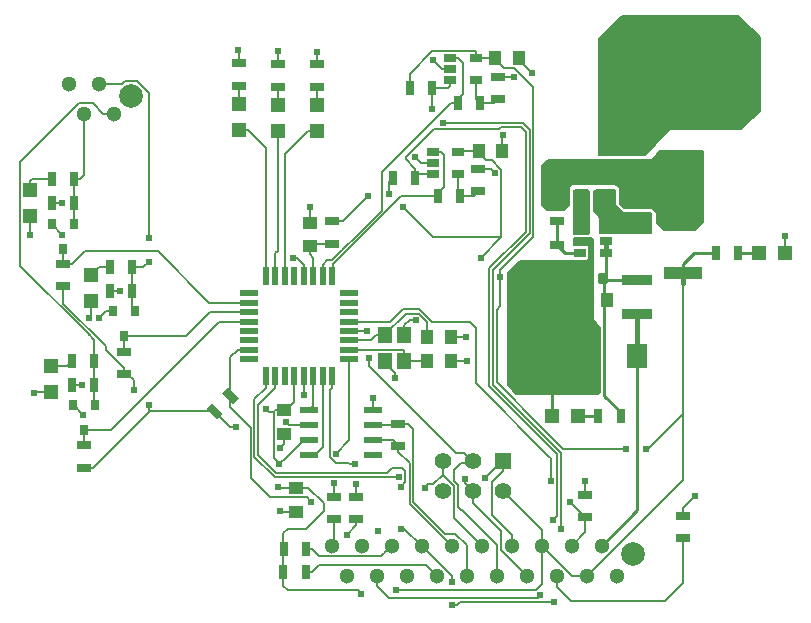
<source format=gtl>
G04 #@! TF.GenerationSoftware,KiCad,Pcbnew,5.0.2-bee76a0~70~ubuntu18.04.1*
G04 #@! TF.CreationDate,2019-04-11T22:59:15-04:00*
G04 #@! TF.ProjectId,throttle,7468726f-7474-46c6-952e-6b696361645f,rev?*
G04 #@! TF.SameCoordinates,Original*
G04 #@! TF.FileFunction,Copper,L1,Top*
G04 #@! TF.FilePolarity,Positive*
%FSLAX46Y46*%
G04 Gerber Fmt 4.6, Leading zero omitted, Abs format (unit mm)*
G04 Created by KiCad (PCBNEW 5.0.2-bee76a0~70~ubuntu18.04.1) date Thu 11 Apr 2019 10:59:15 PM EDT*
%MOMM*%
%LPD*%
G01*
G04 APERTURE LIST*
G04 #@! TA.AperFunction,SMDPad,CuDef*
%ADD10R,0.700000X1.300000*%
G04 #@! TD*
G04 #@! TA.AperFunction,SMDPad,CuDef*
%ADD11R,1.300000X0.700000*%
G04 #@! TD*
G04 #@! TA.AperFunction,Conductor*
%ADD12C,0.100000*%
G04 #@! TD*
G04 #@! TA.AperFunction,SMDPad,CuDef*
%ADD13C,0.875000*%
G04 #@! TD*
G04 #@! TA.AperFunction,SMDPad,CuDef*
%ADD14R,1.000000X1.250000*%
G04 #@! TD*
G04 #@! TA.AperFunction,SMDPad,CuDef*
%ADD15R,1.200000X1.200000*%
G04 #@! TD*
G04 #@! TA.AperFunction,SMDPad,CuDef*
%ADD16R,1.060000X0.650000*%
G04 #@! TD*
G04 #@! TA.AperFunction,SMDPad,CuDef*
%ADD17R,1.550000X0.600000*%
G04 #@! TD*
G04 #@! TA.AperFunction,ComponentPad*
%ADD18C,1.400000*%
G04 #@! TD*
G04 #@! TA.AperFunction,ComponentPad*
%ADD19R,1.400000X1.400000*%
G04 #@! TD*
G04 #@! TA.AperFunction,SMDPad,CuDef*
%ADD20R,1.250000X1.000000*%
G04 #@! TD*
G04 #@! TA.AperFunction,ComponentPad*
%ADD21C,2.000000*%
G04 #@! TD*
G04 #@! TA.AperFunction,ComponentPad*
%ADD22C,1.300000*%
G04 #@! TD*
G04 #@! TA.AperFunction,SMDPad,CuDef*
%ADD23R,0.800000X0.900000*%
G04 #@! TD*
G04 #@! TA.AperFunction,SMDPad,CuDef*
%ADD24R,3.500000X1.780000*%
G04 #@! TD*
G04 #@! TA.AperFunction,SMDPad,CuDef*
%ADD25R,2.500000X0.900000*%
G04 #@! TD*
G04 #@! TA.AperFunction,SMDPad,CuDef*
%ADD26R,3.200000X1.000000*%
G04 #@! TD*
G04 #@! TA.AperFunction,SMDPad,CuDef*
%ADD27R,1.600000X1.000000*%
G04 #@! TD*
G04 #@! TA.AperFunction,SMDPad,CuDef*
%ADD28R,1.778000X2.159000*%
G04 #@! TD*
G04 #@! TA.AperFunction,SMDPad,CuDef*
%ADD29R,1.600000X0.550000*%
G04 #@! TD*
G04 #@! TA.AperFunction,SMDPad,CuDef*
%ADD30R,0.550000X1.600000*%
G04 #@! TD*
G04 #@! TA.AperFunction,SMDPad,CuDef*
%ADD31C,0.700000*%
G04 #@! TD*
G04 #@! TA.AperFunction,SMDPad,CuDef*
%ADD32R,1.200000X1.400000*%
G04 #@! TD*
G04 #@! TA.AperFunction,SMDPad,CuDef*
%ADD33R,2.000000X1.200000*%
G04 #@! TD*
G04 #@! TA.AperFunction,ViaPad*
%ADD34C,0.800000*%
G04 #@! TD*
G04 #@! TA.AperFunction,ViaPad*
%ADD35C,0.609600*%
G04 #@! TD*
G04 #@! TA.AperFunction,Conductor*
%ADD36C,0.250000*%
G04 #@! TD*
G04 #@! TA.AperFunction,Conductor*
%ADD37C,0.381000*%
G04 #@! TD*
G04 #@! TA.AperFunction,Conductor*
%ADD38C,0.152400*%
G04 #@! TD*
G04 #@! TA.AperFunction,Conductor*
%ADD39C,0.254000*%
G04 #@! TD*
G04 APERTURE END LIST*
D10*
G04 #@! TO.P,R2,2*
G04 #@! TO.N,VCC*
X70449400Y-80619600D03*
G04 #@! TO.P,R2,1*
G04 #@! TO.N,Net-(J2-Pad13)*
X72349400Y-80619600D03*
G04 #@! TD*
G04 #@! TO.P,R3,2*
G04 #@! TO.N,Net-(J2-Pad16)*
X72385000Y-78663800D03*
G04 #@! TO.P,R3,1*
G04 #@! TO.N,VCC*
X70485000Y-78663800D03*
G04 #@! TD*
D11*
G04 #@! TO.P,R_2,2*
G04 #@! TO.N,Net-(IC1-Pad9)*
X74739500Y-74231500D03*
G04 #@! TO.P,R_2,1*
G04 #@! TO.N,/LED2*
X74739500Y-76131500D03*
G04 #@! TD*
D12*
G04 #@! TO.N,GND*
G04 #@! TO.C,C102*
G36*
X96191314Y-55237110D02*
X96212549Y-55240260D01*
X96233373Y-55245476D01*
X96253585Y-55252708D01*
X96272991Y-55261887D01*
X96291404Y-55272923D01*
X96308647Y-55285711D01*
X96324553Y-55300127D01*
X96338969Y-55316033D01*
X96351757Y-55333276D01*
X96362793Y-55351689D01*
X96371972Y-55371095D01*
X96379204Y-55391307D01*
X96384420Y-55412131D01*
X96387570Y-55433366D01*
X96388623Y-55454807D01*
X96388623Y-55967307D01*
X96387570Y-55988748D01*
X96384420Y-56009983D01*
X96379204Y-56030807D01*
X96371972Y-56051019D01*
X96362793Y-56070425D01*
X96351757Y-56088838D01*
X96338969Y-56106081D01*
X96324553Y-56121987D01*
X96308647Y-56136403D01*
X96291404Y-56149191D01*
X96272991Y-56160227D01*
X96253585Y-56169406D01*
X96233373Y-56176638D01*
X96212549Y-56181854D01*
X96191314Y-56185004D01*
X96169873Y-56186057D01*
X95732373Y-56186057D01*
X95710932Y-56185004D01*
X95689697Y-56181854D01*
X95668873Y-56176638D01*
X95648661Y-56169406D01*
X95629255Y-56160227D01*
X95610842Y-56149191D01*
X95593599Y-56136403D01*
X95577693Y-56121987D01*
X95563277Y-56106081D01*
X95550489Y-56088838D01*
X95539453Y-56070425D01*
X95530274Y-56051019D01*
X95523042Y-56030807D01*
X95517826Y-56009983D01*
X95514676Y-55988748D01*
X95513623Y-55967307D01*
X95513623Y-55454807D01*
X95514676Y-55433366D01*
X95517826Y-55412131D01*
X95523042Y-55391307D01*
X95530274Y-55371095D01*
X95539453Y-55351689D01*
X95550489Y-55333276D01*
X95563277Y-55316033D01*
X95577693Y-55300127D01*
X95593599Y-55285711D01*
X95610842Y-55272923D01*
X95629255Y-55261887D01*
X95648661Y-55252708D01*
X95668873Y-55245476D01*
X95689697Y-55240260D01*
X95710932Y-55237110D01*
X95732373Y-55236057D01*
X96169873Y-55236057D01*
X96191314Y-55237110D01*
X96191314Y-55237110D01*
G37*
D13*
G04 #@! TD*
G04 #@! TO.P,C102,2*
G04 #@! TO.N,GND*
X95951123Y-55711057D03*
D12*
G04 #@! TO.N,Net-(C101-Pad1)*
G04 #@! TO.C,C102*
G36*
X97766314Y-55237110D02*
X97787549Y-55240260D01*
X97808373Y-55245476D01*
X97828585Y-55252708D01*
X97847991Y-55261887D01*
X97866404Y-55272923D01*
X97883647Y-55285711D01*
X97899553Y-55300127D01*
X97913969Y-55316033D01*
X97926757Y-55333276D01*
X97937793Y-55351689D01*
X97946972Y-55371095D01*
X97954204Y-55391307D01*
X97959420Y-55412131D01*
X97962570Y-55433366D01*
X97963623Y-55454807D01*
X97963623Y-55967307D01*
X97962570Y-55988748D01*
X97959420Y-56009983D01*
X97954204Y-56030807D01*
X97946972Y-56051019D01*
X97937793Y-56070425D01*
X97926757Y-56088838D01*
X97913969Y-56106081D01*
X97899553Y-56121987D01*
X97883647Y-56136403D01*
X97866404Y-56149191D01*
X97847991Y-56160227D01*
X97828585Y-56169406D01*
X97808373Y-56176638D01*
X97787549Y-56181854D01*
X97766314Y-56185004D01*
X97744873Y-56186057D01*
X97307373Y-56186057D01*
X97285932Y-56185004D01*
X97264697Y-56181854D01*
X97243873Y-56176638D01*
X97223661Y-56169406D01*
X97204255Y-56160227D01*
X97185842Y-56149191D01*
X97168599Y-56136403D01*
X97152693Y-56121987D01*
X97138277Y-56106081D01*
X97125489Y-56088838D01*
X97114453Y-56070425D01*
X97105274Y-56051019D01*
X97098042Y-56030807D01*
X97092826Y-56009983D01*
X97089676Y-55988748D01*
X97088623Y-55967307D01*
X97088623Y-55454807D01*
X97089676Y-55433366D01*
X97092826Y-55412131D01*
X97098042Y-55391307D01*
X97105274Y-55371095D01*
X97114453Y-55351689D01*
X97125489Y-55333276D01*
X97138277Y-55316033D01*
X97152693Y-55300127D01*
X97168599Y-55285711D01*
X97185842Y-55272923D01*
X97204255Y-55261887D01*
X97223661Y-55252708D01*
X97243873Y-55245476D01*
X97264697Y-55240260D01*
X97285932Y-55237110D01*
X97307373Y-55236057D01*
X97744873Y-55236057D01*
X97766314Y-55237110D01*
X97766314Y-55237110D01*
G37*
D13*
G04 #@! TD*
G04 #@! TO.P,C102,1*
G04 #@! TO.N,Net-(C101-Pad1)*
X97526123Y-55711057D03*
D14*
G04 #@! TO.P,C101,2*
G04 #@! TO.N,GND*
X95829303Y-57516997D03*
G04 #@! TO.P,C101,1*
G04 #@! TO.N,Net-(C101-Pad1)*
X97829303Y-57516997D03*
G04 #@! TD*
D15*
G04 #@! TO.P,D3,1*
G04 #@! TO.N,Net-(D3-Pad1)*
X73311220Y-41059223D03*
G04 #@! TO.P,D3,2*
G04 #@! TO.N,/ProgrammingLED1*
X73311220Y-43259223D03*
G04 #@! TD*
G04 #@! TO.P,D5,1*
G04 #@! TO.N,Net-(D5-Pad1)*
X66707220Y-40975223D03*
G04 #@! TO.P,D5,2*
G04 #@! TO.N,/ProgrammingLED3*
X66707220Y-43175223D03*
G04 #@! TD*
D11*
G04 #@! TO.P,R26,2*
G04 #@! TO.N,/CANL*
X80200500Y-69911000D03*
G04 #@! TO.P,R26,1*
G04 #@! TO.N,/CANH*
X80200500Y-68011000D03*
G04 #@! TD*
D15*
G04 #@! TO.P,D4,1*
G04 #@! TO.N,Net-(D4-Pad1)*
X70009220Y-41038723D03*
G04 #@! TO.P,D4,2*
G04 #@! TO.N,/ProgrammingLED2*
X70009220Y-43238723D03*
G04 #@! TD*
D16*
G04 #@! TO.P,U1,5*
G04 #@! TO.N,VCC*
X86767220Y-37065150D03*
G04 #@! TO.P,U1,4*
G04 #@! TO.N,Net-(R6-Pad2)*
X86767220Y-38965150D03*
G04 #@! TO.P,U1,3*
G04 #@! TO.N,/Throttle1_Right_Sense*
X84567220Y-38965150D03*
G04 #@! TO.P,U1,2*
G04 #@! TO.N,GND*
X84567220Y-38015150D03*
G04 #@! TO.P,U1,1*
G04 #@! TO.N,/Throttle2Adjusted*
X84567220Y-37065150D03*
G04 #@! TD*
D17*
G04 #@! TO.P,U4,8*
G04 #@! TO.N,GND*
X78052659Y-66887706D03*
G04 #@! TO.P,U4,7*
G04 #@! TO.N,/CANH*
X78052659Y-68157706D03*
G04 #@! TO.P,U4,6*
G04 #@! TO.N,/CANL*
X78052659Y-69427706D03*
G04 #@! TO.P,U4,5*
G04 #@! TO.N,Net-(U4-Pad5)*
X78052659Y-70697706D03*
G04 #@! TO.P,U4,4*
G04 #@! TO.N,/RXCAN*
X72652659Y-70697706D03*
G04 #@! TO.P,U4,3*
G04 #@! TO.N,VCC*
X72652659Y-69427706D03*
G04 #@! TO.P,U4,2*
G04 #@! TO.N,GND*
X72652659Y-68157706D03*
G04 #@! TO.P,U4,1*
G04 #@! TO.N,/TXCAN*
X72652659Y-66887706D03*
G04 #@! TD*
D18*
G04 #@! TO.P,J3,6*
G04 #@! TO.N,GND*
X83947000Y-73723500D03*
G04 #@! TO.P,J3,5*
G04 #@! TO.N,/RESET*
X83947000Y-71183500D03*
G04 #@! TO.P,J3,4*
G04 #@! TO.N,/MOSI*
X86487000Y-73723500D03*
G04 #@! TO.P,J3,3*
G04 #@! TO.N,/SCK*
X86487000Y-71183500D03*
G04 #@! TO.P,J3,2*
G04 #@! TO.N,VCC*
X89027000Y-73723500D03*
D19*
G04 #@! TO.P,J3,1*
G04 #@! TO.N,/MISO*
X89027000Y-71183500D03*
G04 #@! TD*
D14*
G04 #@! TO.P,C1,2*
G04 #@! TO.N,VCC*
X88377219Y-37065150D03*
G04 #@! TO.P,C1,1*
G04 #@! TO.N,GND*
X90377219Y-37065150D03*
G04 #@! TD*
G04 #@! TO.P,C2,2*
G04 #@! TO.N,VCC*
X86996219Y-44939150D03*
G04 #@! TO.P,C2,1*
G04 #@! TO.N,GND*
X88996219Y-44939150D03*
G04 #@! TD*
D20*
G04 #@! TO.P,C4,2*
G04 #@! TO.N,GND*
X71564500Y-75469500D03*
G04 #@! TO.P,C4,1*
G04 #@! TO.N,VCC*
X71564500Y-73469500D03*
G04 #@! TD*
G04 #@! TO.P,C6,2*
G04 #@! TO.N,GND*
X70548500Y-68865500D03*
G04 #@! TO.P,C6,1*
G04 #@! TO.N,VCC*
X70548500Y-66865500D03*
G04 #@! TD*
D15*
G04 #@! TO.P,D8,1*
G04 #@! TO.N,GND*
X54151800Y-57628019D03*
G04 #@! TO.P,D8,2*
G04 #@! TO.N,Net-(D8-Pad2)*
X54151800Y-55428019D03*
G04 #@! TD*
G04 #@! TO.P,D9,1*
G04 #@! TO.N,GND*
X49008302Y-50452518D03*
G04 #@! TO.P,D9,2*
G04 #@! TO.N,Net-(D9-Pad2)*
X49008302Y-48252518D03*
G04 #@! TD*
G04 #@! TO.P,D10,1*
G04 #@! TO.N,GND*
X50777368Y-65301234D03*
G04 #@! TO.P,D10,2*
G04 #@! TO.N,Net-(D10-Pad2)*
X50777368Y-63101234D03*
G04 #@! TD*
D21*
G04 #@! TO.P,J1,5*
G04 #@! TO.N,N/C*
X57534000Y-40283000D03*
D22*
G04 #@! TO.P,J1,4*
G04 #@! TO.N,Net-(J1-Pad4)*
X52324000Y-39243000D03*
G04 #@! TO.P,J1,2*
G04 #@! TO.N,/SS_Inertia_Switch*
X54864000Y-39243000D03*
G04 #@! TO.P,J1,1*
G04 #@! TO.N,/SS_BOTS*
X56134000Y-41783000D03*
G04 #@! TO.P,J1,3*
G04 #@! TO.N,/SS_Cockpit_EStop*
X53594000Y-41783000D03*
G04 #@! TD*
D21*
G04 #@! TO.P,J2,21*
G04 #@! TO.N,N/C*
X100079000Y-79099000D03*
D22*
G04 #@! TO.P,J2,20*
G04 #@! TO.N,/LED2*
X74549000Y-78359000D03*
G04 #@! TO.P,J2,19*
G04 #@! TO.N,/LED1*
X75819000Y-80899000D03*
G04 #@! TO.P,J2,18*
G04 #@! TO.N,GND*
X77089000Y-78359000D03*
G04 #@! TO.P,J2,17*
G04 #@! TO.N,/Throttle2_Left_Sense*
X78359000Y-80899000D03*
G04 #@! TO.P,J2,16*
G04 #@! TO.N,Net-(J2-Pad16)*
X79629000Y-78359000D03*
G04 #@! TO.P,J2,15*
G04 #@! TO.N,GND*
X80899000Y-80899000D03*
G04 #@! TO.P,J2,14*
G04 #@! TO.N,/Throttle1_Right_Sense*
X82169000Y-78359000D03*
G04 #@! TO.P,J2,13*
G04 #@! TO.N,Net-(J2-Pad13)*
X83439000Y-80899000D03*
G04 #@! TO.P,J2,12*
G04 #@! TO.N,/CANL*
X84709000Y-78359000D03*
G04 #@! TO.P,J2,11*
G04 #@! TO.N,/CANH*
X85979000Y-80899000D03*
G04 #@! TO.P,J2,10*
G04 #@! TO.N,/RESET*
X87249000Y-78359000D03*
G04 #@! TO.P,J2,9*
G04 #@! TO.N,/SCK*
X88519000Y-80899000D03*
G04 #@! TO.P,J2,8*
G04 #@! TO.N,/MISO*
X89789000Y-78359000D03*
G04 #@! TO.P,J2,6*
G04 #@! TO.N,VCC*
X92329000Y-78359000D03*
G04 #@! TO.P,J2,4*
G04 #@! TO.N,/Drive_Mode_Out*
X94869000Y-78359000D03*
G04 #@! TO.P,J2,2*
G04 #@! TO.N,+12V*
X97409000Y-78359000D03*
G04 #@! TO.P,J2,7*
G04 #@! TO.N,/MOSI*
X91059000Y-80899000D03*
G04 #@! TO.P,J2,1*
G04 #@! TO.N,GND*
X98679000Y-80899000D03*
G04 #@! TO.P,J2,3*
G04 #@! TO.N,VCC*
X96139000Y-80899000D03*
G04 #@! TO.P,J2,5*
G04 #@! TO.N,/GND_DriveMode*
X93599000Y-80899000D03*
G04 #@! TD*
D23*
G04 #@! TO.P,Q2,3*
G04 #@! TO.N,/SS_Inertia_Out_n*
X56945801Y-60592020D03*
G04 #@! TO.P,Q2,2*
G04 #@! TO.N,GND*
X55995801Y-58492020D03*
G04 #@! TO.P,Q2,1*
G04 #@! TO.N,/SS_Inertia_Switch*
X57895801Y-58492020D03*
G04 #@! TD*
G04 #@! TO.P,Q3,3*
G04 #@! TO.N,/SS_EStop_Out_n*
X51802301Y-53196518D03*
G04 #@! TO.P,Q3,2*
G04 #@! TO.N,GND*
X50852301Y-51096518D03*
G04 #@! TO.P,Q3,1*
G04 #@! TO.N,/SS_Cockpit_EStop*
X52752301Y-51096518D03*
G04 #@! TD*
G04 #@! TO.P,Q4,3*
G04 #@! TO.N,/SS_BOTS_Out_n*
X53571369Y-68519234D03*
G04 #@! TO.P,Q4,2*
G04 #@! TO.N,GND*
X52621369Y-66419234D03*
G04 #@! TO.P,Q4,1*
G04 #@! TO.N,/SS_BOTS*
X54521369Y-66419234D03*
G04 #@! TD*
D10*
G04 #@! TO.P,R1,2*
G04 #@! TO.N,/Throttle1_Right_Sense*
X83043220Y-39605150D03*
G04 #@! TO.P,R1,1*
G04 #@! TO.N,VCC*
X81143220Y-39605150D03*
G04 #@! TD*
G04 #@! TO.P,R6,2*
G04 #@! TO.N,Net-(R6-Pad2)*
X87107218Y-40875150D03*
G04 #@! TO.P,R6,1*
G04 #@! TO.N,/Throttle2Adjusted*
X85207218Y-40875150D03*
G04 #@! TD*
D11*
G04 #@! TO.P,R7,2*
G04 #@! TO.N,GND*
X88631220Y-38655150D03*
G04 #@! TO.P,R7,1*
G04 #@! TO.N,Net-(R6-Pad2)*
X88631220Y-40555150D03*
G04 #@! TD*
G04 #@! TO.P,R8,2*
G04 #@! TO.N,GND*
X73292370Y-37584003D03*
G04 #@! TO.P,R8,1*
G04 #@! TO.N,Net-(D3-Pad1)*
X73292370Y-39484003D03*
G04 #@! TD*
G04 #@! TO.P,R10,2*
G04 #@! TO.N,GND*
X69990371Y-37584003D03*
G04 #@! TO.P,R10,1*
G04 #@! TO.N,Net-(D4-Pad1)*
X69990371Y-39484003D03*
G04 #@! TD*
G04 #@! TO.P,R11,2*
G04 #@! TO.N,GND*
X66688369Y-37518004D03*
G04 #@! TO.P,R11,1*
G04 #@! TO.N,Net-(D5-Pad1)*
X66688369Y-39418004D03*
G04 #@! TD*
D10*
G04 #@! TO.P,R13,2*
G04 #@! TO.N,/Throttle2_Left_Sense*
X81646220Y-47225150D03*
G04 #@! TO.P,R13,1*
G04 #@! TO.N,VCC*
X79746220Y-47225150D03*
G04 #@! TD*
D11*
G04 #@! TO.P,R15,2*
G04 #@! TO.N,/GND_DriveMode*
X104330500Y-77721500D03*
G04 #@! TO.P,R15,1*
G04 #@! TO.N,GND*
X104330500Y-75821500D03*
G04 #@! TD*
D10*
G04 #@! TO.P,R16,2*
G04 #@! TO.N,Net-(R16-Pad2)*
X85456220Y-48749150D03*
G04 #@! TO.P,R16,1*
G04 #@! TO.N,/Throttle1Adjusted*
X83556220Y-48749150D03*
G04 #@! TD*
D11*
G04 #@! TO.P,R17,2*
G04 #@! TO.N,GND*
X86980219Y-46463150D03*
G04 #@! TO.P,R17,1*
G04 #@! TO.N,Net-(R16-Pad2)*
X86980219Y-48363150D03*
G04 #@! TD*
G04 #@! TO.P,R19,2*
G04 #@! TO.N,GND*
X96012000Y-74041000D03*
G04 #@! TO.P,R19,1*
G04 #@! TO.N,/Drive_Mode_Out*
X96012000Y-75941000D03*
G04 #@! TD*
D10*
G04 #@! TO.P,R20,2*
G04 #@! TO.N,Net-(D8-Pad2)*
X55741800Y-54750017D03*
G04 #@! TO.P,R20,1*
G04 #@! TO.N,/SS_Inertia_Switch*
X57641800Y-54750017D03*
G04 #@! TD*
G04 #@! TO.P,R21,2*
G04 #@! TO.N,GND*
X55741800Y-56782019D03*
G04 #@! TO.P,R21,1*
G04 #@! TO.N,/SS_Inertia_Switch*
X57641800Y-56782019D03*
G04 #@! TD*
D11*
G04 #@! TO.P,R22,2*
G04 #@! TO.N,/SS_Inertia_Out_n*
X56945799Y-61928017D03*
G04 #@! TO.P,R22,1*
G04 #@! TO.N,VCC*
X56945799Y-63828017D03*
G04 #@! TD*
D10*
G04 #@! TO.P,R23,2*
G04 #@! TO.N,Net-(D9-Pad2)*
X50852300Y-47320519D03*
G04 #@! TO.P,R23,1*
G04 #@! TO.N,/SS_Cockpit_EStop*
X52752300Y-47320519D03*
G04 #@! TD*
G04 #@! TO.P,R24,2*
G04 #@! TO.N,GND*
X50852301Y-49352517D03*
G04 #@! TO.P,R24,1*
G04 #@! TO.N,/SS_Cockpit_EStop*
X52752301Y-49352517D03*
G04 #@! TD*
D11*
G04 #@! TO.P,R25,2*
G04 #@! TO.N,/SS_EStop_Out_n*
X51802300Y-54498519D03*
G04 #@! TO.P,R25,1*
G04 #@! TO.N,VCC*
X51802300Y-56398519D03*
G04 #@! TD*
D10*
G04 #@! TO.P,R27,2*
G04 #@! TO.N,Net-(D10-Pad2)*
X52555369Y-62677233D03*
G04 #@! TO.P,R27,1*
G04 #@! TO.N,/SS_BOTS*
X54455369Y-62677233D03*
G04 #@! TD*
G04 #@! TO.P,R28,2*
G04 #@! TO.N,GND*
X52555368Y-64709234D03*
G04 #@! TO.P,R28,1*
G04 #@! TO.N,/SS_BOTS*
X54455368Y-64709234D03*
G04 #@! TD*
D11*
G04 #@! TO.P,R29,2*
G04 #@! TO.N,/SS_BOTS_Out_n*
X53571369Y-69855234D03*
G04 #@! TO.P,R29,1*
G04 #@! TO.N,VCC*
X53571369Y-71755234D03*
G04 #@! TD*
D16*
G04 #@! TO.P,U3,5*
G04 #@! TO.N,VCC*
X85286220Y-45005149D03*
G04 #@! TO.P,U3,4*
G04 #@! TO.N,Net-(R16-Pad2)*
X85286220Y-46905149D03*
G04 #@! TO.P,U3,3*
G04 #@! TO.N,/Throttle2_Left_Sense*
X83086220Y-46905149D03*
G04 #@! TO.P,U3,2*
G04 #@! TO.N,GND*
X83086220Y-45955149D03*
G04 #@! TO.P,U3,1*
G04 #@! TO.N,/Throttle1Adjusted*
X83086220Y-45005149D03*
G04 #@! TD*
D11*
G04 #@! TO.P,R_1,2*
G04 #@! TO.N,Net-(IC1-Pad8)*
X76644500Y-74231500D03*
G04 #@! TO.P,R_1,1*
G04 #@! TO.N,/LED1*
X76644500Y-76131500D03*
G04 #@! TD*
D24*
G04 #@! TO.P,COUT102,1*
G04 #@! TO.N,Net-(COUT101-Pad1)*
X104279123Y-46440057D03*
G04 #@! TO.P,COUT102,2*
G04 #@! TO.N,GND*
X104279123Y-41160057D03*
G04 #@! TD*
D14*
G04 #@! TO.P,C103,2*
G04 #@! TO.N,Net-(C103-Pad2)*
X95659123Y-49297557D03*
G04 #@! TO.P,C103,1*
G04 #@! TO.N,Net-(C103-Pad1)*
X97659123Y-49297557D03*
G04 #@! TD*
D25*
G04 #@! TO.P,F101,2*
G04 #@! TO.N,+12V*
X100405623Y-58748557D03*
G04 #@! TO.P,F101,1*
G04 #@! TO.N,Net-(C101-Pad1)*
X100405623Y-55848557D03*
G04 #@! TD*
D11*
G04 #@! TO.P,R103,2*
G04 #@! TO.N,Net-(R102-Pad1)*
X93656843Y-50874937D03*
G04 #@! TO.P,R103,1*
G04 #@! TO.N,Net-(COUT101-Pad1)*
X93656843Y-48974937D03*
G04 #@! TD*
G04 #@! TO.P,R102,2*
G04 #@! TO.N,GND*
X93641603Y-54761137D03*
G04 #@! TO.P,R102,1*
G04 #@! TO.N,Net-(R102-Pad1)*
X93641603Y-52861137D03*
G04 #@! TD*
D10*
G04 #@! TO.P,R105,2*
G04 #@! TO.N,Net-(D103-Pad2)*
X108978123Y-53569357D03*
G04 #@! TO.P,R105,1*
G04 #@! TO.N,VCC*
X107078123Y-53569357D03*
G04 #@! TD*
D26*
G04 #@! TO.P,R104,2*
G04 #@! TO.N,VCC*
X104284203Y-55241157D03*
G04 #@! TO.P,R104,1*
G04 #@! TO.N,Net-(COUT101-Pad1)*
X104284203Y-49041157D03*
G04 #@! TD*
D16*
G04 #@! TO.P,U101,5*
G04 #@! TO.N,Net-(C101-Pad1)*
X97743923Y-52591757D03*
G04 #@! TO.P,U101,6*
G04 #@! TO.N,Net-(C103-Pad1)*
X97743923Y-51641757D03*
G04 #@! TO.P,U101,4*
G04 #@! TO.N,Net-(C101-Pad1)*
X97743923Y-53541757D03*
G04 #@! TO.P,U101,3*
G04 #@! TO.N,Net-(R102-Pad1)*
X95543923Y-53541757D03*
G04 #@! TO.P,U101,2*
G04 #@! TO.N,GND*
X95543923Y-52591757D03*
G04 #@! TO.P,U101,1*
G04 #@! TO.N,Net-(C103-Pad2)*
X95543923Y-51641757D03*
G04 #@! TD*
D27*
G04 #@! TO.P,COUT101,2*
G04 #@! TO.N,GND*
X97929123Y-43821057D03*
G04 #@! TO.P,COUT101,1*
G04 #@! TO.N,Net-(COUT101-Pad1)*
X97929123Y-46821057D03*
G04 #@! TD*
D20*
G04 #@! TO.P,COUT103,2*
G04 #@! TO.N,GND*
X100278623Y-44297057D03*
G04 #@! TO.P,COUT103,1*
G04 #@! TO.N,Net-(COUT101-Pad1)*
X100278623Y-46297057D03*
G04 #@! TD*
D28*
G04 #@! TO.P,D101,1*
G04 #@! TO.N,+12V*
X100405623Y-62315057D03*
G04 #@! TO.P,D101,2*
G04 #@! TO.N,GND*
X96341623Y-62315057D03*
G04 #@! TD*
D15*
G04 #@! TO.P,D103,1*
G04 #@! TO.N,GND*
X112928123Y-53569357D03*
G04 #@! TO.P,D103,2*
G04 #@! TO.N,Net-(D103-Pad2)*
X110728123Y-53569357D03*
G04 #@! TD*
G04 #@! TO.P,D102,1*
G04 #@! TO.N,GND*
X93178123Y-67369357D03*
G04 #@! TO.P,D102,2*
G04 #@! TO.N,Net-(D102-Pad2)*
X95378123Y-67369357D03*
G04 #@! TD*
D10*
G04 #@! TO.P,R101,2*
G04 #@! TO.N,Net-(D102-Pad2)*
X97128123Y-67369357D03*
G04 #@! TO.P,R101,1*
G04 #@! TO.N,Net-(C101-Pad1)*
X99028123Y-67369357D03*
G04 #@! TD*
D20*
G04 #@! TO.P,C8,2*
G04 #@! TO.N,GND*
X72685292Y-51003669D03*
G04 #@! TO.P,C8,1*
G04 #@! TO.N,Net-(C8-Pad1)*
X72685292Y-53003669D03*
G04 #@! TD*
D14*
G04 #@! TO.P,C9,2*
G04 #@! TO.N,GND*
X84654792Y-60655669D03*
G04 #@! TO.P,C9,1*
G04 #@! TO.N,Net-(C9-Pad1)*
X82654792Y-60655669D03*
G04 #@! TD*
G04 #@! TO.P,C10,2*
G04 #@! TO.N,GND*
X84654792Y-62687669D03*
G04 #@! TO.P,C10,1*
G04 #@! TO.N,Net-(C10-Pad1)*
X82654792Y-62687669D03*
G04 #@! TD*
D29*
G04 #@! TO.P,IC1,32*
G04 #@! TO.N,Net-(IC1-Pad32)*
X67537293Y-62575668D03*
G04 #@! TO.P,IC1,31*
G04 #@! TO.N,/RESET*
X67537293Y-61775668D03*
G04 #@! TO.P,IC1,30*
G04 #@! TO.N,Net-(IC1-Pad30)*
X67537293Y-60975668D03*
G04 #@! TO.P,IC1,29*
G04 #@! TO.N,Net-(IC1-Pad29)*
X67537293Y-60175668D03*
G04 #@! TO.P,IC1,28*
G04 #@! TO.N,/SS_BOTS_Out_n*
X67537293Y-59375668D03*
G04 #@! TO.P,IC1,27*
G04 #@! TO.N,/SS_Inertia_Out_n*
X67537293Y-58575668D03*
G04 #@! TO.P,IC1,26*
G04 #@! TO.N,/SS_EStop_Out_n*
X67537293Y-57775668D03*
G04 #@! TO.P,IC1,25*
G04 #@! TO.N,Net-(IC1-Pad25)*
X67537293Y-56975668D03*
D30*
G04 #@! TO.P,IC1,24*
G04 #@! TO.N,/ProgrammingLED3*
X68987293Y-55525668D03*
G04 #@! TO.P,IC1,23*
G04 #@! TO.N,/ProgrammingLED2*
X69787293Y-55525668D03*
G04 #@! TO.P,IC1,22*
G04 #@! TO.N,/ProgrammingLED1*
X70587293Y-55525668D03*
G04 #@! TO.P,IC1,21*
G04 #@! TO.N,Net-(IC1-Pad21)*
X71387293Y-55525668D03*
G04 #@! TO.P,IC1,20*
G04 #@! TO.N,GND*
X72187293Y-55525668D03*
G04 #@! TO.P,IC1,19*
G04 #@! TO.N,Net-(C8-Pad1)*
X72987293Y-55525668D03*
G04 #@! TO.P,IC1,18*
G04 #@! TO.N,/Throttle2Adjusted*
X73787293Y-55525668D03*
G04 #@! TO.P,IC1,17*
G04 #@! TO.N,/Throttle1Adjusted*
X74587293Y-55525668D03*
D29*
G04 #@! TO.P,IC1,16*
G04 #@! TO.N,Net-(IC1-Pad16)*
X76037293Y-56975668D03*
G04 #@! TO.P,IC1,15*
G04 #@! TO.N,Net-(IC1-Pad15)*
X76037293Y-57775668D03*
G04 #@! TO.P,IC1,14*
G04 #@! TO.N,Net-(IC1-Pad14)*
X76037293Y-58575668D03*
G04 #@! TO.P,IC1,13*
G04 #@! TO.N,/Drive_Mode_Out*
X76037293Y-59375668D03*
G04 #@! TO.P,IC1,12*
G04 #@! TO.N,/SCK*
X76037293Y-60175668D03*
G04 #@! TO.P,IC1,11*
G04 #@! TO.N,Net-(C9-Pad1)*
X76037293Y-60975668D03*
G04 #@! TO.P,IC1,10*
G04 #@! TO.N,Net-(C10-Pad1)*
X76037293Y-61775668D03*
G04 #@! TO.P,IC1,9*
G04 #@! TO.N,Net-(IC1-Pad9)*
X76037293Y-62575668D03*
D30*
G04 #@! TO.P,IC1,8*
G04 #@! TO.N,Net-(IC1-Pad8)*
X74587293Y-64025668D03*
G04 #@! TO.P,IC1,7*
G04 #@! TO.N,/RXCAN*
X73787293Y-64025668D03*
G04 #@! TO.P,IC1,6*
G04 #@! TO.N,/TXCAN*
X72987293Y-64025668D03*
G04 #@! TO.P,IC1,5*
G04 #@! TO.N,GND*
X72187293Y-64025668D03*
G04 #@! TO.P,IC1,4*
G04 #@! TO.N,VCC*
X71387293Y-64025668D03*
G04 #@! TO.P,IC1,3*
G04 #@! TO.N,Net-(IC1-Pad3)*
X70587293Y-64025668D03*
G04 #@! TO.P,IC1,2*
G04 #@! TO.N,/MOSI*
X69787293Y-64025668D03*
G04 #@! TO.P,IC1,1*
G04 #@! TO.N,/MISO*
X68987293Y-64025668D03*
G04 #@! TD*
D11*
G04 #@! TO.P,R30,2*
G04 #@! TO.N,Net-(C8-Pad1)*
X74590292Y-52776669D03*
G04 #@! TO.P,R30,1*
G04 #@! TO.N,VCC*
X74590292Y-50876669D03*
G04 #@! TD*
D31*
G04 #@! TO.P,R31,2*
G04 #@! TO.N,/RESET*
X65954292Y-65608669D03*
D12*
G04 #@! TD*
G04 #@! TO.N,/RESET*
G04 #@! TO.C,R31*
G36*
X66166424Y-66315776D02*
X65247185Y-65396537D01*
X65742160Y-64901562D01*
X66661399Y-65820801D01*
X66166424Y-66315776D01*
X66166424Y-66315776D01*
G37*
D31*
G04 #@! TO.P,R31,1*
G04 #@! TO.N,VCC*
X64610790Y-66952171D03*
D12*
G04 #@! TD*
G04 #@! TO.N,VCC*
G04 #@! TO.C,R31*
G36*
X64822922Y-67659278D02*
X63903683Y-66740039D01*
X64398658Y-66245064D01*
X65317897Y-67164303D01*
X64822922Y-67659278D01*
X64822922Y-67659278D01*
G37*
D32*
G04 #@! TO.P,Y1,4*
G04 #@! TO.N,GND*
X80686292Y-60551169D03*
G04 #@! TO.P,Y1,3*
G04 #@! TO.N,Net-(C10-Pad1)*
X80686292Y-62751169D03*
G04 #@! TO.P,Y1,2*
G04 #@! TO.N,GND*
X79086292Y-62751169D03*
G04 #@! TO.P,Y1,1*
G04 #@! TO.N,Net-(C9-Pad1)*
X79086292Y-60551169D03*
G04 #@! TD*
D33*
G04 #@! TO.P,L101,1*
G04 #@! TO.N,Net-(C103-Pad1)*
X100344663Y-51392657D03*
G04 #@! TO.P,L101,2*
G04 #@! TO.N,Net-(COUT101-Pad1)*
X100344663Y-48192657D03*
G04 #@! TD*
D34*
G04 #@! TO.N,GND*
X103077703Y-36249577D03*
X99742683Y-36285137D03*
X107913863Y-36249577D03*
X105813283Y-36249577D03*
X90883163Y-55563737D03*
X90870463Y-58393297D03*
X90908563Y-61362557D03*
X90908563Y-64517237D03*
X92706883Y-64580737D03*
X95587243Y-64593437D03*
X109267683Y-39114697D03*
D35*
X56642000Y-56769000D03*
X54864000Y-59055000D03*
X112903000Y-52133500D03*
X51752500Y-49339500D03*
X49022000Y-52006500D03*
X51752500Y-52006500D03*
X49339500Y-65405000D03*
X53403500Y-64706500D03*
X53530500Y-67246500D03*
X105283000Y-74168000D03*
X96012000Y-72898000D03*
X66611500Y-36385500D03*
X69977000Y-36449000D03*
X73279000Y-36512500D03*
X89027000Y-43561000D03*
X89979500Y-38671500D03*
X91503500Y-38354000D03*
X79946500Y-64135000D03*
X81661000Y-59245500D03*
X85915500Y-60642500D03*
X85979000Y-62674500D03*
X70167500Y-75438000D03*
X72707500Y-49657000D03*
X71310500Y-53975000D03*
X72199500Y-65595500D03*
X70675500Y-67881500D03*
X70167500Y-70104000D03*
X83121500Y-37211000D03*
X88392000Y-46799500D03*
X81597500Y-45466000D03*
X78041500Y-65849500D03*
X54038500Y-59055000D03*
G04 #@! TO.N,VCC*
X70040500Y-73342500D03*
X70104000Y-71437500D03*
X69024500Y-66802000D03*
X66421000Y-68262500D03*
X59055000Y-66421000D03*
X57785000Y-65151000D03*
X101155500Y-70167500D03*
X99441000Y-70167500D03*
X88836500Y-55626000D03*
X87185500Y-53975000D03*
X80581500Y-49657000D03*
X79438500Y-48577500D03*
X77597000Y-48768000D03*
X79984600Y-82067400D03*
X77063600Y-82448400D03*
G04 #@! TO.N,/MISO*
X80264000Y-72517000D03*
X87503000Y-72644000D03*
G04 #@! TO.N,/MOSI*
X80454500Y-73342500D03*
X85820638Y-72732900D03*
G04 #@! TO.N,Net-(IC1-Pad8)*
X76644500Y-73152000D03*
X76517500Y-71437500D03*
G04 #@! TO.N,Net-(IC1-Pad9)*
X74739500Y-73050400D03*
X74930000Y-70548500D03*
G04 #@! TO.N,/SCK*
X77533500Y-60198000D03*
X77724000Y-62484000D03*
G04 #@! TO.N,/Drive_Mode_Out*
X93091000Y-72898000D03*
X94742000Y-74612500D03*
G04 #@! TO.N,/RESET*
X72834500Y-74612500D03*
X82423000Y-73469500D03*
G04 #@! TO.N,/SS_Inertia_Switch*
X59118500Y-52324000D03*
X59055000Y-54292500D03*
G04 #@! TO.N,/Throttle1_Right_Sense*
X83058000Y-41402000D03*
X84010500Y-42545000D03*
X93980000Y-76962000D03*
X93345000Y-83121500D03*
X80454500Y-76898500D03*
X78504948Y-77070052D03*
X84734400Y-81457800D03*
X84734400Y-83337400D03*
G04 #@! TO.N,/Throttle2_Left_Sense*
X93281500Y-76200000D03*
X92190596Y-82558743D03*
G04 #@! TO.N,/LED1*
X75819000Y-77459400D03*
G04 #@! TD*
D36*
G04 #@! TO.N,GND*
X107913863Y-36249577D02*
X108015463Y-36147977D01*
D37*
X90870463Y-61324457D02*
X90908563Y-61362557D01*
X92643383Y-64517237D02*
X92706883Y-64580737D01*
X95587243Y-63069437D02*
X96341623Y-62315057D01*
D38*
X96341623Y-62505557D02*
X96341623Y-62315057D01*
D39*
X104279123Y-37450997D02*
X103077703Y-36249577D01*
X104279123Y-41160057D02*
X104279123Y-37450997D01*
X96041803Y-56014237D02*
X95738623Y-55711057D01*
X96041803Y-57516997D02*
X96041803Y-56014237D01*
X95738623Y-55586057D02*
X95738623Y-55711057D01*
X94913703Y-54761137D02*
X95738623Y-55586057D01*
X93641603Y-54761137D02*
X94913703Y-54761137D01*
X91685763Y-54761137D02*
X90883163Y-55563737D01*
X93641603Y-54761137D02*
X91685763Y-54761137D01*
X93178123Y-65051977D02*
X92706883Y-64580737D01*
X93178123Y-67369357D02*
X93178123Y-65051977D01*
X99802623Y-43821057D02*
X100278623Y-44297057D01*
X97929123Y-43821057D02*
X99802623Y-43821057D01*
X103540623Y-41160057D02*
X104279123Y-41160057D01*
X100403623Y-44297057D02*
X103540623Y-41160057D01*
X100278623Y-44297057D02*
X100403623Y-44297057D01*
X96327923Y-52591757D02*
X95543923Y-52591757D01*
X96353324Y-52617158D02*
X96327923Y-52591757D01*
X96353324Y-54217356D02*
X96353324Y-52617158D01*
X95738623Y-54832057D02*
X96353324Y-54217356D01*
X95738623Y-55711057D02*
X95738623Y-54832057D01*
X96341623Y-63839057D02*
X95587243Y-64593437D01*
X96341623Y-62315057D02*
X96341623Y-63839057D01*
D38*
X55741800Y-56782019D02*
X56628981Y-56782019D01*
X56628981Y-56782019D02*
X56642000Y-56769000D01*
X55995801Y-58492020D02*
X55426980Y-58492020D01*
X55426980Y-58492020D02*
X54864000Y-59055000D01*
X54151800Y-57628019D02*
X54151800Y-58624200D01*
X112928123Y-53569357D02*
X112928123Y-52158623D01*
X112928123Y-52158623D02*
X112903000Y-52133500D01*
X50852301Y-49352517D02*
X51739483Y-49352517D01*
X51739483Y-49352517D02*
X51752500Y-49339500D01*
X49008302Y-50452518D02*
X49008302Y-51992802D01*
X49008302Y-51992802D02*
X49022000Y-52006500D01*
X50852301Y-51096518D02*
X50852301Y-51106301D01*
X50852301Y-51106301D02*
X51752500Y-52006500D01*
X50777368Y-65301234D02*
X49443266Y-65301234D01*
X52555368Y-64709234D02*
X53400766Y-64709234D01*
X53400766Y-64709234D02*
X53403500Y-64706500D01*
X52621369Y-66419234D02*
X52703234Y-66419234D01*
X52703234Y-66419234D02*
X53530500Y-67246500D01*
X104330500Y-75821500D02*
X104330500Y-75120500D01*
X104330500Y-75120500D02*
X105283000Y-74168000D01*
X96012000Y-74041000D02*
X96012000Y-72898000D01*
X66688369Y-37518004D02*
X66688369Y-36462369D01*
X66688369Y-36462369D02*
X66611500Y-36385500D01*
X69990371Y-37584003D02*
X69990371Y-36462371D01*
X69990371Y-36462371D02*
X69977000Y-36449000D01*
X73292370Y-37584003D02*
X73292370Y-36525870D01*
X73292370Y-36525870D02*
X73279000Y-36512500D01*
X88996219Y-44939150D02*
X88996219Y-43591781D01*
X88996219Y-43591781D02*
X89027000Y-43561000D01*
X88631220Y-38655150D02*
X89963150Y-38655150D01*
X89963150Y-38655150D02*
X89979500Y-38671500D01*
X91503500Y-38316431D02*
X91503500Y-38354000D01*
X90377219Y-37065150D02*
X90377219Y-37190150D01*
X90377219Y-37190150D02*
X91503500Y-38316431D01*
X79946500Y-63711377D02*
X79946500Y-64135000D01*
X79086292Y-62751169D02*
X79086292Y-62851169D01*
X79086292Y-62851169D02*
X79946500Y-63711377D01*
X81139561Y-59245500D02*
X81661000Y-59245500D01*
X80686292Y-60551169D02*
X80686292Y-59698769D01*
X80686292Y-59698769D02*
X81139561Y-59245500D01*
X84654792Y-60655669D02*
X85902331Y-60655669D01*
X85902331Y-60655669D02*
X85915500Y-60642500D01*
X84654792Y-62687669D02*
X85965831Y-62687669D01*
X85965831Y-62687669D02*
X85979000Y-62674500D01*
X71564500Y-75469500D02*
X70199000Y-75469500D01*
X70199000Y-75469500D02*
X70167500Y-75438000D01*
X72685292Y-51003669D02*
X72685292Y-49679208D01*
X72685292Y-49679208D02*
X72707500Y-49657000D01*
X71589025Y-53975000D02*
X71310500Y-53975000D01*
X72187293Y-55525668D02*
X72187293Y-54573268D01*
X72187293Y-54573268D02*
X71589025Y-53975000D01*
X72187293Y-64025668D02*
X72187293Y-65583293D01*
X72187293Y-65583293D02*
X72199500Y-65595500D01*
X72652659Y-68157706D02*
X70951706Y-68157706D01*
X70951706Y-68157706D02*
X70675500Y-67881500D01*
X70548500Y-68865500D02*
X70548500Y-69723000D01*
X70548500Y-69723000D02*
X70167500Y-70104000D01*
X83121500Y-37251830D02*
X83121500Y-37211000D01*
X84567220Y-38015150D02*
X83884820Y-38015150D01*
X83884820Y-38015150D02*
X83121500Y-37251830D01*
X86980219Y-46463150D02*
X88055650Y-46463150D01*
X88055650Y-46463150D02*
X88392000Y-46799500D01*
X83086220Y-45955149D02*
X82086649Y-45955149D01*
X82086649Y-45955149D02*
X81597500Y-45466000D01*
X78052659Y-66887706D02*
X78052659Y-65860659D01*
X78052659Y-65860659D02*
X78041500Y-65849500D01*
X54151800Y-58624200D02*
X54151800Y-58941700D01*
X54151800Y-58941700D02*
X54038500Y-59055000D01*
D37*
G04 #@! TO.N,VCC*
X104284203Y-55241157D02*
X104284203Y-56122157D01*
D39*
X105202003Y-53569357D02*
X106474123Y-53569357D01*
X104284203Y-54487157D02*
X105202003Y-53569357D01*
X106474123Y-53569357D02*
X107078123Y-53569357D01*
X104284203Y-55241157D02*
X104284203Y-54487157D01*
D38*
X104284203Y-72753797D02*
X96139000Y-80899000D01*
X94869000Y-80899000D02*
X96139000Y-80899000D01*
X92329000Y-78359000D02*
X94869000Y-80899000D01*
X92329000Y-77025500D02*
X92329000Y-78359000D01*
X89027000Y-73723500D02*
X92329000Y-77025500D01*
X70673500Y-66865500D02*
X70548500Y-66865500D01*
X71387293Y-66151707D02*
X70673500Y-66865500D01*
X71387293Y-64025668D02*
X71387293Y-66151707D01*
X71564500Y-73469500D02*
X70167500Y-73469500D01*
X70167500Y-73469500D02*
X70040500Y-73342500D01*
X72177659Y-69427706D02*
X72652659Y-69427706D01*
X70472664Y-71132701D02*
X72177659Y-69427706D01*
X70408799Y-71132701D02*
X70472664Y-71132701D01*
X70104000Y-71437500D02*
X70408799Y-71132701D01*
X69634099Y-67002501D02*
X69634099Y-70967599D01*
X69771100Y-66865500D02*
X69634099Y-67002501D01*
X69799201Y-71132701D02*
X70104000Y-71437500D01*
X69634099Y-70967599D02*
X69799201Y-71132701D01*
X70548500Y-66865500D02*
X69771100Y-66865500D01*
X88377216Y-37065147D02*
X88377219Y-37065150D01*
X86767220Y-37065147D02*
X88377216Y-37065147D01*
X84645500Y-82105500D02*
X91821000Y-82105500D01*
X91821000Y-82105500D02*
X92329000Y-81597500D01*
X92329000Y-78359000D02*
X92329000Y-81597500D01*
X69634099Y-67002501D02*
X69225001Y-67002501D01*
X69225001Y-67002501D02*
X69024500Y-66802000D01*
X65921119Y-68262500D02*
X64610790Y-66952171D01*
X66421000Y-68262500D02*
X65921119Y-68262500D01*
X54373769Y-71755234D02*
X59055000Y-67074003D01*
X53571369Y-71755234D02*
X54373769Y-71755234D01*
X59055000Y-67074003D02*
X59055000Y-66421000D01*
X57245799Y-63828017D02*
X56945799Y-63828017D01*
X57785000Y-64367218D02*
X57245799Y-63828017D01*
X57785000Y-65151000D02*
X57785000Y-64367218D01*
X51802300Y-56900919D02*
X51816000Y-56914619D01*
X51802300Y-56398519D02*
X51802300Y-56900919D01*
X51816000Y-57851898D02*
X55435500Y-61471398D01*
X51816000Y-56914619D02*
X51816000Y-57851898D01*
X56945799Y-63325617D02*
X56945799Y-63828017D01*
X55435500Y-61815318D02*
X56945799Y-63325617D01*
X55435500Y-61471398D02*
X55435500Y-61815318D01*
X59176832Y-66952171D02*
X59055000Y-67074003D01*
X64610790Y-66952171D02*
X59176832Y-66952171D01*
X104284203Y-67056000D02*
X104284203Y-72753797D01*
X104284203Y-67056000D02*
X104284203Y-67229297D01*
X104284203Y-55241157D02*
X104284203Y-67056000D01*
X104284203Y-67229297D02*
X101346000Y-70167500D01*
X101346000Y-70167500D02*
X101155500Y-70167500D01*
X99441000Y-70167500D02*
X94170500Y-70167500D01*
X94170500Y-70167500D02*
X92392500Y-68389500D01*
X88506310Y-64503310D02*
X88506310Y-58369190D01*
X92392500Y-68389500D02*
X88506310Y-64503310D01*
X88506310Y-58369190D02*
X88836500Y-58039000D01*
X88836500Y-58039000D02*
X88836500Y-55626000D01*
X87648619Y-45716550D02*
X86996219Y-45064150D01*
X88098484Y-45716550D02*
X87648619Y-45716550D01*
X86996219Y-45064150D02*
X86996219Y-44939150D01*
X88925401Y-46543467D02*
X88098484Y-45716550D01*
X88925401Y-52235099D02*
X88925401Y-46543467D01*
X87185500Y-53975000D02*
X88925401Y-52235099D01*
X88925401Y-52235099D02*
X83159599Y-52235099D01*
X83159599Y-52235099D02*
X80581500Y-49657000D01*
X79438500Y-47532870D02*
X79746220Y-47225150D01*
X79438500Y-48577500D02*
X79438500Y-47532870D01*
X75488331Y-50876669D02*
X74590292Y-50876669D01*
X77597000Y-48768000D02*
X75488331Y-50876669D01*
X85352216Y-44939150D02*
X85286220Y-45005146D01*
X86996219Y-44939150D02*
X85352216Y-44939150D01*
X88377219Y-37190150D02*
X88377219Y-37065150D01*
X88836500Y-54991000D02*
X91617810Y-52209690D01*
X91617810Y-52209690D02*
X91617810Y-39520376D01*
X88836500Y-55626000D02*
X88836500Y-54991000D01*
X90016185Y-37918751D02*
X89105820Y-37918751D01*
X91617810Y-39520376D02*
X90016185Y-37918751D01*
X89105820Y-37918751D02*
X88377219Y-37190150D01*
X81143220Y-38802750D02*
X81143220Y-39605150D01*
X86691022Y-36511549D02*
X83031517Y-36511549D01*
X83031517Y-36511549D02*
X81143220Y-38399846D01*
X86767220Y-36587747D02*
X86691022Y-36511549D01*
X81143220Y-38399846D02*
X81143220Y-38802750D01*
X86767220Y-37065147D02*
X86767220Y-36587747D01*
X84645500Y-82105500D02*
X80022700Y-82105500D01*
X80022700Y-82105500D02*
X79984600Y-82067400D01*
X72566018Y-73469500D02*
X71564500Y-73469500D01*
X73863200Y-74766682D02*
X72566018Y-73469500D01*
X72339200Y-76911200D02*
X73863200Y-75387200D01*
X77063600Y-82448400D02*
X76758801Y-82143601D01*
X73863200Y-75387200D02*
X73863200Y-74766682D01*
X70449400Y-81777801D02*
X70815200Y-82143601D01*
X70449400Y-77277000D02*
X70449400Y-81777801D01*
X76758801Y-82143601D02*
X70815200Y-82143601D01*
X70815200Y-76911200D02*
X70449400Y-77277000D01*
X70815200Y-76911200D02*
X72339200Y-76911200D01*
D37*
G04 #@! TO.N,+12V*
X100453263Y-62362697D02*
X100405623Y-62315057D01*
X100573263Y-62482697D02*
X100405623Y-62315057D01*
X100405623Y-62315057D02*
X100405623Y-58748557D01*
D39*
X100405623Y-75362377D02*
X100405623Y-62315057D01*
X97409000Y-78359000D02*
X100405623Y-75362377D01*
D38*
G04 #@! TO.N,Net-(C8-Pad1)*
X72912292Y-52776669D02*
X72685292Y-53003669D01*
X74590292Y-52776669D02*
X72912292Y-52776669D01*
X72987293Y-54573268D02*
X72987293Y-55525668D01*
X72987293Y-53958070D02*
X72987293Y-54573268D01*
X72685292Y-53656069D02*
X72987293Y-53958070D01*
X72685292Y-53003669D02*
X72685292Y-53656069D01*
G04 #@! TO.N,Net-(C9-Pad1)*
X76989693Y-60975668D02*
X76037293Y-60975668D01*
X77909393Y-60975668D02*
X76989693Y-60975668D01*
X78333892Y-60551169D02*
X77909393Y-60975668D01*
X79086292Y-60551169D02*
X78333892Y-60551169D01*
X79086292Y-60451169D02*
X79086292Y-60551169D01*
X80825362Y-58712099D02*
X79086292Y-60451169D01*
X82654792Y-59449858D02*
X81917033Y-58712099D01*
X81917033Y-58712099D02*
X80825362Y-58712099D01*
X82654792Y-60655669D02*
X82654792Y-59449858D01*
G04 #@! TO.N,Net-(C10-Pad1)*
X76989693Y-61775668D02*
X76037293Y-61775668D01*
X80563191Y-61775668D02*
X76989693Y-61775668D01*
X80686292Y-61898769D02*
X80563191Y-61775668D01*
X80686292Y-62751169D02*
X80686292Y-61898769D01*
X82591292Y-62751169D02*
X82654792Y-62687669D01*
X80686292Y-62751169D02*
X82591292Y-62751169D01*
G04 #@! TO.N,/ProgrammingLED1*
X72558820Y-43259223D02*
X73311220Y-43259223D01*
X70587293Y-45230750D02*
X72558820Y-43259223D01*
X70587293Y-55525668D02*
X70587293Y-45230750D01*
G04 #@! TO.N,Net-(D3-Pad1)*
X73311220Y-39502853D02*
X73292370Y-39484003D01*
X73311220Y-41059223D02*
X73311220Y-39502853D01*
G04 #@! TO.N,Net-(D4-Pad1)*
X70009220Y-39502852D02*
X69990371Y-39484003D01*
X70009220Y-41038723D02*
X70009220Y-39502852D01*
G04 #@! TO.N,/ProgrammingLED2*
X70009220Y-43238723D02*
X70009220Y-53371280D01*
X69787293Y-53593207D02*
X69787293Y-55525668D01*
X70009220Y-53371280D02*
X69787293Y-53593207D01*
G04 #@! TO.N,/ProgrammingLED3*
X67459620Y-43175223D02*
X66707220Y-43175223D01*
X68987293Y-44702896D02*
X67459620Y-43175223D01*
X68987293Y-55525668D02*
X68987293Y-44702896D01*
G04 #@! TO.N,Net-(D5-Pad1)*
X66707220Y-39436855D02*
X66688369Y-39418004D01*
X66707220Y-40975223D02*
X66707220Y-39436855D01*
G04 #@! TO.N,Net-(D8-Pad2)*
X54829802Y-54750017D02*
X54151800Y-55428019D01*
X55741800Y-54750017D02*
X54829802Y-54750017D01*
G04 #@! TO.N,Net-(D9-Pad2)*
X49187901Y-47320519D02*
X49008302Y-47500118D01*
X49008302Y-47500118D02*
X49008302Y-48252518D01*
X50852300Y-47320519D02*
X49187901Y-47320519D01*
G04 #@! TO.N,Net-(D10-Pad2)*
X52131368Y-63101234D02*
X52555369Y-62677233D01*
X50777368Y-63101234D02*
X52131368Y-63101234D01*
G04 #@! TO.N,/MISO*
X89027000Y-72035900D02*
X89027000Y-71183500D01*
X88098399Y-72964501D02*
X89027000Y-72035900D01*
X89789000Y-77439762D02*
X88098399Y-75749161D01*
X89789000Y-78359000D02*
X89789000Y-77439762D01*
X88098399Y-75749161D02*
X88098399Y-72964501D01*
X68987293Y-64978068D02*
X68008500Y-65956861D01*
X68987293Y-64025668D02*
X68987293Y-64978068D01*
X68008500Y-65956861D02*
X68008500Y-70802500D01*
X68008500Y-70802500D02*
X69723000Y-72517000D01*
X69723000Y-72517000D02*
X80264000Y-72517000D01*
X88963500Y-71183500D02*
X89027000Y-71183500D01*
X87503000Y-72644000D02*
X88963500Y-71183500D01*
G04 #@! TO.N,/MOSI*
X90409001Y-80249001D02*
X91059000Y-80899000D01*
X88910399Y-78750399D02*
X90409001Y-80249001D01*
X88910399Y-77136848D02*
X88910399Y-78750399D01*
X86487000Y-74713449D02*
X88910399Y-77136848D01*
X86487000Y-73723500D02*
X86487000Y-74713449D01*
X69787293Y-64978068D02*
X68326000Y-66439361D01*
X69787293Y-64025668D02*
X69787293Y-64978068D01*
X68326000Y-70104000D02*
X68313310Y-70116690D01*
X68326000Y-66439361D02*
X68326000Y-70104000D01*
X68313310Y-70116690D02*
X68313310Y-70676244D01*
X68313310Y-70676244D02*
X69836566Y-72199500D01*
X69836566Y-72199500D02*
X79248000Y-72199500D01*
X79248000Y-72199500D02*
X79692500Y-71755000D01*
X79692500Y-71755000D02*
X80518000Y-71755000D01*
X80797401Y-72999599D02*
X80454500Y-73342500D01*
X80518000Y-71755000D02*
X80797401Y-72034401D01*
X80797401Y-72034401D02*
X80797401Y-72999599D01*
X85820638Y-73057138D02*
X86487000Y-73723500D01*
X85820638Y-72732900D02*
X85820638Y-73057138D01*
G04 #@! TO.N,/TXCAN*
X72987293Y-66553072D02*
X72652659Y-66887706D01*
X72987293Y-64025668D02*
X72987293Y-66553072D01*
G04 #@! TO.N,/RXCAN*
X73127659Y-70697706D02*
X72652659Y-70697706D01*
X73787293Y-70038072D02*
X73127659Y-70697706D01*
X73787293Y-64025668D02*
X73787293Y-70038072D01*
G04 #@! TO.N,Net-(IC1-Pad8)*
X76644500Y-74231500D02*
X76644500Y-73152000D01*
X76086448Y-71437500D02*
X75959448Y-71310500D01*
X76517500Y-71437500D02*
X76086448Y-71437500D01*
X74396599Y-65168762D02*
X74587293Y-64978068D01*
X74587293Y-64978068D02*
X74587293Y-64025668D01*
X74396599Y-70804533D02*
X74396599Y-65168762D01*
X74902566Y-71310500D02*
X74396599Y-70804533D01*
X75959448Y-71310500D02*
X74902566Y-71310500D01*
G04 #@! TO.N,Net-(IC1-Pad9)*
X74739500Y-74231500D02*
X74739500Y-73050400D01*
X76037293Y-69441207D02*
X76037293Y-62575668D01*
X74930000Y-70548500D02*
X76037293Y-69441207D01*
G04 #@! TO.N,/SCK*
X76037293Y-60175668D02*
X77511168Y-60175668D01*
X77511168Y-60175668D02*
X77533500Y-60198000D01*
X85787001Y-70483501D02*
X86487000Y-71183500D01*
X85107142Y-70483501D02*
X85787001Y-70483501D01*
X77724000Y-63100359D02*
X85107142Y-70483501D01*
X77724000Y-62484000D02*
X77724000Y-63100359D01*
X86296500Y-71374000D02*
X86487000Y-71183500D01*
X85471000Y-71374000D02*
X86296500Y-71374000D01*
X84899500Y-71945500D02*
X85471000Y-71374000D01*
X84899500Y-72870604D02*
X84899500Y-71945500D01*
X88519000Y-78328670D02*
X85558399Y-75368069D01*
X88519000Y-80899000D02*
X88519000Y-78328670D01*
X85558399Y-75368069D02*
X85528069Y-75368069D01*
X85528069Y-75368069D02*
X85204310Y-75044310D01*
X85204310Y-75044310D02*
X85204309Y-73175413D01*
X85204309Y-73175413D02*
X84899500Y-72870604D01*
G04 #@! TO.N,/Drive_Mode_Out*
X96012000Y-77216000D02*
X96012000Y-75941000D01*
X94869000Y-78359000D02*
X96012000Y-77216000D01*
X76037293Y-59375668D02*
X79498832Y-59375668D01*
X79498832Y-59375668D02*
X80581500Y-58293000D01*
X81929000Y-58293000D02*
X83072000Y-59436000D01*
X80581500Y-58293000D02*
X81929000Y-58293000D01*
X83072000Y-59436000D02*
X86296500Y-59436000D01*
X86741000Y-59880500D02*
X86741000Y-64579500D01*
X86296500Y-59436000D02*
X86741000Y-59880500D01*
X86741000Y-64579500D02*
X92964000Y-70802500D01*
X92964000Y-70802500D02*
X93091000Y-70929500D01*
X93091000Y-70929500D02*
X93091000Y-72898000D01*
X96012000Y-75882500D02*
X96012000Y-75941000D01*
X94742000Y-74612500D02*
X96012000Y-75882500D01*
G04 #@! TO.N,/Throttle1Adjusted*
X74676000Y-54533509D02*
X80460359Y-48749150D01*
X80460359Y-48749150D02*
X83556220Y-48749150D01*
X74587293Y-55525668D02*
X74587293Y-55000668D01*
X74676000Y-54911961D02*
X74676000Y-54533509D01*
X74587293Y-55000668D02*
X74676000Y-54911961D01*
X83556220Y-48449150D02*
X83556220Y-48749150D01*
X84058620Y-47946750D02*
X83556220Y-48449150D01*
X83768620Y-45005149D02*
X84058620Y-45295149D01*
X84058620Y-45295149D02*
X84058620Y-47946750D01*
X83086220Y-45005149D02*
X83768620Y-45005149D01*
G04 #@! TO.N,/Throttle2Adjusted*
X73787293Y-54573268D02*
X73787293Y-55525668D01*
X74195061Y-54165500D02*
X73787293Y-54573268D01*
X74612500Y-54165500D02*
X74195061Y-54165500D01*
X85207218Y-40875150D02*
X84684738Y-40875150D01*
X76771500Y-52006943D02*
X75423173Y-53355270D01*
X75422730Y-53355270D02*
X74612500Y-54165500D01*
X75423173Y-53355270D02*
X75422730Y-53355270D01*
X76771500Y-52006943D02*
X76771500Y-52006500D01*
X76771500Y-52006500D02*
X78803500Y-49974500D01*
X78803500Y-46756388D02*
X84684738Y-40875150D01*
X78803500Y-49974500D02*
X78803500Y-46756388D01*
X85709618Y-40072750D02*
X85207218Y-40575150D01*
X85709618Y-37525148D02*
X85709618Y-40072750D01*
X85249620Y-37065150D02*
X85709618Y-37525148D01*
X85207218Y-40575150D02*
X85207218Y-40875150D01*
X84567220Y-37065150D02*
X85249620Y-37065150D01*
G04 #@! TO.N,/SS_Inertia_Out_n*
X56945801Y-61928015D02*
X56945799Y-61928017D01*
X56945801Y-60592020D02*
X56945801Y-61928015D01*
X67537293Y-58575668D02*
X64233332Y-58575668D01*
X62216980Y-60592020D02*
X56945801Y-60592020D01*
X64233332Y-58575668D02*
X62216980Y-60592020D01*
G04 #@! TO.N,/SS_EStop_Out_n*
X51802301Y-54498518D02*
X51802300Y-54498519D01*
X51802301Y-53196518D02*
X51802301Y-54498518D01*
X52604700Y-54498519D02*
X53699719Y-53403500D01*
X51802300Y-54498519D02*
X52604700Y-54498519D01*
X53699719Y-53403500D02*
X59817000Y-53403500D01*
X64189168Y-57775668D02*
X67537293Y-57775668D01*
X59817000Y-53403500D02*
X64189168Y-57775668D01*
G04 #@! TO.N,/SS_BOTS_Out_n*
X53571369Y-68519234D02*
X53571369Y-69855234D01*
X55877266Y-68519234D02*
X53571369Y-68519234D01*
X66581725Y-59372500D02*
X65024000Y-59372500D01*
X67537293Y-59375668D02*
X66584893Y-59375668D01*
X65024000Y-59372500D02*
X55877266Y-68519234D01*
X66584893Y-59375668D02*
X66581725Y-59372500D01*
G04 #@! TO.N,/RESET*
X83947000Y-72349170D02*
X84899500Y-73301670D01*
X84899500Y-76009500D02*
X87249000Y-78359000D01*
X84899500Y-73301670D02*
X84899500Y-76009500D01*
X65954292Y-62406269D02*
X65954292Y-65013694D01*
X65954292Y-65013694D02*
X65954292Y-65608669D01*
X66584893Y-61775668D02*
X65954292Y-62406269D01*
X67537293Y-61775668D02*
X66584893Y-61775668D01*
X65954292Y-65608669D02*
X65954292Y-66652792D01*
X67703690Y-68402190D02*
X67703690Y-69011810D01*
X65954292Y-66652792D02*
X67703690Y-68402190D01*
X67703690Y-69011810D02*
X67691000Y-69024500D01*
X67691000Y-69024500D02*
X67691000Y-72580500D01*
X67691000Y-72580500D02*
X69342000Y-74231500D01*
X83947000Y-72212948D02*
X83947000Y-72072500D01*
X83947000Y-71183500D02*
X83947000Y-72072500D01*
X83947000Y-72072500D02*
X83947000Y-72349170D01*
X69342000Y-74231500D02*
X72453500Y-74231500D01*
X72453500Y-74231500D02*
X72834500Y-74612500D01*
X83131469Y-73164701D02*
X83947000Y-72349170D01*
X82727799Y-73164701D02*
X83131469Y-73164701D01*
X82423000Y-73469500D02*
X82727799Y-73164701D01*
G04 #@! TO.N,/SS_Cockpit_EStop*
X52752301Y-48550117D02*
X52752301Y-49352517D01*
X52752300Y-47320519D02*
X52752301Y-48550117D01*
X52752301Y-50154917D02*
X52752301Y-51096518D01*
X52752301Y-49352517D02*
X52752301Y-50154917D01*
X53254700Y-47320519D02*
X52752300Y-47320519D01*
X53594000Y-46981219D02*
X53254700Y-47320519D01*
X53594000Y-41783000D02*
X53594000Y-46981219D01*
G04 #@! TO.N,/SS_BOTS*
X54455368Y-63906834D02*
X54455368Y-64709234D01*
X54455369Y-62677233D02*
X54455368Y-63906834D01*
X54455368Y-66353233D02*
X54521369Y-66419234D01*
X54455368Y-64709234D02*
X54455368Y-66353233D01*
X48179701Y-45896969D02*
X48179701Y-54646665D01*
X53172271Y-40904399D02*
X48179701Y-45896969D01*
X54336161Y-40904399D02*
X53172271Y-40904399D01*
X55214762Y-41783000D02*
X54336161Y-40904399D01*
X56134000Y-41783000D02*
X55214762Y-41783000D01*
X54455369Y-60922333D02*
X53911500Y-60378464D01*
X54455369Y-62677233D02*
X54455369Y-60922333D01*
X48179701Y-54646665D02*
X53911500Y-60378464D01*
X53911500Y-60378464D02*
X54010869Y-60477833D01*
G04 #@! TO.N,/SS_Inertia_Switch*
X57641800Y-55552417D02*
X57641800Y-56782019D01*
X57641800Y-54750017D02*
X57641800Y-55552417D01*
X57641800Y-58238019D02*
X57895801Y-58492020D01*
X57641800Y-56782019D02*
X57641800Y-58238019D01*
X56755670Y-39243000D02*
X57009670Y-38989000D01*
X54864000Y-39243000D02*
X56755670Y-39243000D01*
X59118500Y-40049170D02*
X59118500Y-52324000D01*
X57009670Y-38989000D02*
X58058330Y-38989000D01*
X58058330Y-38989000D02*
X59118500Y-40049170D01*
X58597483Y-54750017D02*
X57641800Y-54750017D01*
X59055000Y-54292500D02*
X58597483Y-54750017D01*
G04 #@! TO.N,/GND_DriveMode*
X93599000Y-81818238D02*
X94838762Y-83058000D01*
X93599000Y-80899000D02*
X93599000Y-81818238D01*
X94838762Y-83058000D02*
X102806500Y-83058000D01*
X104330500Y-81534000D02*
X104330500Y-77721500D01*
X102806500Y-83058000D02*
X104330500Y-81534000D01*
G04 #@! TO.N,/CANH*
X78052659Y-68157706D02*
X78527659Y-68157706D01*
X80053794Y-68157706D02*
X80200500Y-68011000D01*
X78052659Y-68157706D02*
X80053794Y-68157706D01*
X85979000Y-79979762D02*
X85979000Y-80899000D01*
X85979000Y-78328670D02*
X85979000Y-79979762D01*
X81470500Y-68478600D02*
X81470500Y-74689434D01*
X84993330Y-77343000D02*
X85979000Y-78328670D01*
X80200500Y-68011000D02*
X81002900Y-68011000D01*
X81002900Y-68011000D02*
X81470500Y-68478600D01*
X81470500Y-74689434D02*
X84124066Y-77343000D01*
X84124066Y-77343000D02*
X84993330Y-77343000D01*
G04 #@! TO.N,/CANL*
X78052659Y-69427706D02*
X78980059Y-69427706D01*
X81153000Y-74803000D02*
X84709000Y-78359000D01*
X79717206Y-69427706D02*
X80200500Y-69911000D01*
X78052659Y-69427706D02*
X79717206Y-69427706D01*
X81153000Y-71365900D02*
X81153000Y-71691500D01*
X80200500Y-70413400D02*
X81153000Y-71365900D01*
X81153000Y-71600647D02*
X81153000Y-71691500D01*
X80200500Y-69911000D02*
X80200500Y-70413400D01*
X81153000Y-71691500D02*
X81153000Y-74803000D01*
G04 #@! TO.N,/Throttle1_Right_Sense*
X84567220Y-39442553D02*
X84567220Y-38965153D01*
X84404623Y-39605150D02*
X84567220Y-39442553D01*
X83043220Y-39605150D02*
X84404623Y-39605150D01*
X83043220Y-39605150D02*
X83043220Y-41387220D01*
X83043220Y-41387220D02*
X83058000Y-41402000D01*
X84010500Y-42545000D02*
X90741500Y-42545000D01*
X90741500Y-42545000D02*
X91313000Y-43116500D01*
X91313000Y-43116500D02*
X91313000Y-51879500D01*
X91313000Y-51879500D02*
X88201500Y-54991000D01*
X88201500Y-54991000D02*
X88201500Y-64706500D01*
X88201500Y-64706500D02*
X93980000Y-70485000D01*
X93980000Y-70485000D02*
X93980000Y-76962000D01*
X93345000Y-83121500D02*
X87630000Y-83121500D01*
X82169000Y-78359000D02*
X80708500Y-76898500D01*
X80708500Y-76898500D02*
X80454500Y-76898500D01*
X82169000Y-78359000D02*
X84734400Y-80924400D01*
X84734400Y-80924400D02*
X84734400Y-81457800D01*
X85381352Y-83121500D02*
X87630000Y-83121500D01*
X85165452Y-83337400D02*
X85381352Y-83121500D01*
X84734400Y-83337400D02*
X85165452Y-83337400D01*
G04 #@! TO.N,/Throttle2_Left_Sense*
X81966218Y-46905152D02*
X81646220Y-47225150D01*
X83086220Y-46905152D02*
X81966218Y-46905152D01*
X88720165Y-43078401D02*
X88872566Y-42926000D01*
X83195665Y-43078401D02*
X88720165Y-43078401D01*
X81646220Y-47225150D02*
X81646220Y-46422750D01*
X80835500Y-45438566D02*
X83195665Y-43078401D01*
X80835500Y-45612030D02*
X80835500Y-45438566D01*
X81646220Y-46422750D02*
X80835500Y-45612030D01*
X88872566Y-42926000D02*
X90614500Y-42926000D01*
X90614500Y-42926000D02*
X90995500Y-43307000D01*
X90995500Y-43307000D02*
X90995500Y-51752500D01*
X90995500Y-51752500D02*
X87884000Y-54864000D01*
X87884000Y-64820066D02*
X93662500Y-70598566D01*
X87884000Y-54864000D02*
X87884000Y-64820066D01*
X93662500Y-70598566D02*
X93662500Y-75819000D01*
X93662500Y-75819000D02*
X93281500Y-76200000D01*
X78359000Y-81724500D02*
X78359000Y-80899000D01*
X79438500Y-82804000D02*
X78359000Y-81724500D01*
X92011500Y-82804000D02*
X79438500Y-82804000D01*
X92011500Y-82804000D02*
X92011500Y-82486500D01*
X92011500Y-82486500D02*
X92138500Y-82359500D01*
G04 #@! TO.N,/LED1*
X76644500Y-76633900D02*
X75819000Y-77459400D01*
X76644500Y-76131500D02*
X76644500Y-76633900D01*
G04 #@! TO.N,/LED2*
X74485500Y-78422500D02*
X74549000Y-78359000D01*
X74739500Y-78168500D02*
X74549000Y-78359000D01*
X74739500Y-76131500D02*
X74739500Y-78168500D01*
G04 #@! TO.N,Net-(R6-Pad2)*
X86767220Y-40535152D02*
X87107218Y-40875150D01*
X86767220Y-38965150D02*
X86767220Y-40535152D01*
X88311220Y-40875150D02*
X88631220Y-40555150D01*
X87107218Y-40875150D02*
X88311220Y-40875150D01*
G04 #@! TO.N,Net-(R16-Pad2)*
X85286220Y-48579150D02*
X85456220Y-48749150D01*
X85286220Y-46905149D02*
X85286220Y-48579150D01*
X86594219Y-48749150D02*
X86980219Y-48363150D01*
X85456220Y-48749150D02*
X86594219Y-48749150D01*
D37*
G04 #@! TO.N,Net-(C101-Pad1)*
X97743923Y-53541757D02*
X97743923Y-52591757D01*
D36*
X97738623Y-57395177D02*
X97616803Y-57516997D01*
D39*
X97616803Y-55832877D02*
X97738623Y-55711057D01*
X97616803Y-57516997D02*
X97616803Y-55832877D01*
X97738623Y-53547057D02*
X97743923Y-53541757D01*
X97738623Y-55711057D02*
X97738623Y-53547057D01*
X97876123Y-55848557D02*
X97738623Y-55711057D01*
X100405623Y-55848557D02*
X97876123Y-55848557D01*
X99028123Y-67369357D02*
X99028123Y-67069357D01*
X97616803Y-58091997D02*
X97616803Y-57516997D01*
X99028123Y-67069357D02*
X97616803Y-65658037D01*
X97616803Y-65658037D02*
X97616803Y-58091997D01*
G04 #@! TO.N,Net-(C103-Pad2)*
X95543923Y-49412757D02*
X95659123Y-49297557D01*
X95543923Y-51641757D02*
X95543923Y-49412757D01*
D36*
G04 #@! TO.N,Net-(C103-Pad1)*
X100095563Y-51641757D02*
X100344663Y-51392657D01*
D39*
X97993023Y-51392657D02*
X97743923Y-51641757D01*
X100344663Y-51392657D02*
X97993023Y-51392657D01*
X97743923Y-49382357D02*
X97659123Y-49297557D01*
X97743923Y-51641757D02*
X97743923Y-49382357D01*
D36*
G04 #@! TO.N,Net-(COUT101-Pad1)*
X93656843Y-48974937D02*
X93356843Y-48974937D01*
X104279123Y-49036077D02*
X104284203Y-49041157D01*
X100344663Y-46386717D02*
X100255763Y-46297817D01*
X104136883Y-46297817D02*
X104279123Y-46440057D01*
D39*
X104284203Y-46445137D02*
X104279123Y-46440057D01*
X104284203Y-49041157D02*
X104284203Y-46445137D01*
X104136123Y-46297057D02*
X104279123Y-46440057D01*
X100278623Y-46297057D02*
X104136123Y-46297057D01*
X100344663Y-46363097D02*
X100278623Y-46297057D01*
X100344663Y-48192657D02*
X100344663Y-46363097D01*
X99754623Y-46821057D02*
X100278623Y-46297057D01*
X97929123Y-46821057D02*
X99754623Y-46821057D01*
X93656843Y-48370937D02*
X93656843Y-48974937D01*
X95206723Y-46821057D02*
X93656843Y-48370937D01*
X97929123Y-46821057D02*
X95206723Y-46821057D01*
G04 #@! TO.N,Net-(D102-Pad2)*
X95378123Y-67369357D02*
X97128123Y-67369357D01*
G04 #@! TO.N,Net-(D103-Pad2)*
X108978123Y-53569357D02*
X110728123Y-53569357D01*
G04 #@! TO.N,Net-(R102-Pad1)*
X93641603Y-50890177D02*
X93656843Y-50874937D01*
X93641603Y-52861137D02*
X93641603Y-50890177D01*
X94322223Y-53541757D02*
X95543923Y-53541757D01*
X93641603Y-52861137D02*
X94322223Y-53541757D01*
D38*
G04 #@! TO.N,Net-(J2-Pad16)*
X78979001Y-79008999D02*
X79629000Y-78359000D01*
X78750399Y-79237601D02*
X78979001Y-79008999D01*
X73461201Y-79237601D02*
X78750399Y-79237601D01*
X72887400Y-78663800D02*
X73461201Y-79237601D01*
X72385000Y-78663800D02*
X72887400Y-78663800D01*
G04 #@! TO.N,Net-(J2-Pad13)*
X72851800Y-80619600D02*
X72349400Y-80619600D01*
X73451001Y-80020399D02*
X72851800Y-80619600D01*
X82560399Y-80020399D02*
X73451001Y-80020399D01*
X83439000Y-80899000D02*
X82560399Y-80020399D01*
G04 #@! TD*
G04 #@! TO.N,Net-(COUT101-Pad1)*
G36*
X105976923Y-47294357D02*
X105989721Y-47336625D01*
X106026923Y-47392428D01*
X106026923Y-50912793D01*
X105296559Y-51643157D01*
X102709687Y-51643157D01*
X102079323Y-51012793D01*
X102079323Y-50244357D01*
X102073523Y-50215197D01*
X102057005Y-50190475D01*
X101657005Y-49790475D01*
X101632283Y-49773957D01*
X101603123Y-49768157D01*
X99259687Y-49768157D01*
X98954323Y-49462793D01*
X98954323Y-48094357D01*
X98948523Y-48065197D01*
X98932005Y-48040475D01*
X98682005Y-47790475D01*
X98657283Y-47773957D01*
X98628123Y-47768157D01*
X94878123Y-47768157D01*
X94848963Y-47773957D01*
X94824241Y-47790475D01*
X94624241Y-47990475D01*
X94607723Y-48015197D01*
X94601923Y-48044357D01*
X94601923Y-49537793D01*
X94221559Y-49918157D01*
X92759687Y-49918157D01*
X92354323Y-49512793D01*
X92354323Y-46200921D01*
X92834687Y-45720557D01*
X101578123Y-45720557D01*
X101607283Y-45714757D01*
X101632005Y-45698239D01*
X102359687Y-44970557D01*
X105976923Y-44970557D01*
X105976923Y-47294357D01*
X105976923Y-47294357D01*
G37*
X105976923Y-47294357D02*
X105989721Y-47336625D01*
X106026923Y-47392428D01*
X106026923Y-50912793D01*
X105296559Y-51643157D01*
X102709687Y-51643157D01*
X102079323Y-51012793D01*
X102079323Y-50244357D01*
X102073523Y-50215197D01*
X102057005Y-50190475D01*
X101657005Y-49790475D01*
X101632283Y-49773957D01*
X101603123Y-49768157D01*
X99259687Y-49768157D01*
X98954323Y-49462793D01*
X98954323Y-48094357D01*
X98948523Y-48065197D01*
X98932005Y-48040475D01*
X98682005Y-47790475D01*
X98657283Y-47773957D01*
X98628123Y-47768157D01*
X94878123Y-47768157D01*
X94848963Y-47773957D01*
X94824241Y-47790475D01*
X94624241Y-47990475D01*
X94607723Y-48015197D01*
X94601923Y-48044357D01*
X94601923Y-49537793D01*
X94221559Y-49918157D01*
X92759687Y-49918157D01*
X92354323Y-49512793D01*
X92354323Y-46200921D01*
X92834687Y-45720557D01*
X101578123Y-45720557D01*
X101607283Y-45714757D01*
X101632005Y-45698239D01*
X102359687Y-44970557D01*
X105976923Y-44970557D01*
X105976923Y-47294357D01*
G04 #@! TO.N,GND*
G36*
X110776923Y-35300921D02*
X110776923Y-41562793D01*
X109246559Y-43093157D01*
X103278123Y-43093157D01*
X103248963Y-43098957D01*
X103224241Y-43115475D01*
X101096559Y-45243157D01*
X97154323Y-45243157D01*
X97154323Y-35475921D01*
X99159687Y-33470557D01*
X108946559Y-33470557D01*
X110776923Y-35300921D01*
X110776923Y-35300921D01*
G37*
X110776923Y-35300921D02*
X110776923Y-41562793D01*
X109246559Y-43093157D01*
X103278123Y-43093157D01*
X103248963Y-43098957D01*
X103224241Y-43115475D01*
X101096559Y-45243157D01*
X97154323Y-45243157D01*
X97154323Y-35475921D01*
X99159687Y-33470557D01*
X108946559Y-33470557D01*
X110776923Y-35300921D01*
G04 #@! TO.N,Net-(C103-Pad1)*
G36*
X98577400Y-48352811D02*
X98577400Y-49569357D01*
X98583200Y-49598517D01*
X98599451Y-49622970D01*
X99113751Y-50142413D01*
X99138390Y-50159054D01*
X99167900Y-50165000D01*
X101519628Y-50165000D01*
X101600000Y-50219144D01*
X101600000Y-51878600D01*
X101605800Y-51907760D01*
X101613098Y-51918157D01*
X97229323Y-51918157D01*
X97229323Y-50519357D01*
X97223523Y-50490197D01*
X97207005Y-50465475D01*
X96754323Y-50012793D01*
X96754323Y-48401978D01*
X96956415Y-48209200D01*
X98421195Y-48209200D01*
X98577400Y-48352811D01*
X98577400Y-48352811D01*
G37*
X98577400Y-48352811D02*
X98577400Y-49569357D01*
X98583200Y-49598517D01*
X98599451Y-49622970D01*
X99113751Y-50142413D01*
X99138390Y-50159054D01*
X99167900Y-50165000D01*
X101519628Y-50165000D01*
X101600000Y-50219144D01*
X101600000Y-51878600D01*
X101605800Y-51907760D01*
X101613098Y-51918157D01*
X97229323Y-51918157D01*
X97229323Y-50519357D01*
X97223523Y-50490197D01*
X97207005Y-50465475D01*
X96754323Y-50012793D01*
X96754323Y-48401978D01*
X96956415Y-48209200D01*
X98421195Y-48209200D01*
X98577400Y-48352811D01*
G04 #@! TO.N,GND*
G36*
X96701923Y-59294357D02*
X96707723Y-59323517D01*
X96724241Y-59348239D01*
X97261204Y-59885202D01*
X97261203Y-65303513D01*
X97071559Y-65493157D01*
X90184687Y-65493157D01*
X89479323Y-64787793D01*
X89479323Y-55250921D01*
X90509687Y-54220557D01*
X96228123Y-54220557D01*
X96257283Y-54214757D01*
X96282005Y-54198239D01*
X96701923Y-53778321D01*
X96701923Y-59294357D01*
X96701923Y-59294357D01*
G37*
X96701923Y-59294357D02*
X96707723Y-59323517D01*
X96724241Y-59348239D01*
X97261204Y-59885202D01*
X97261203Y-65303513D01*
X97071559Y-65493157D01*
X90184687Y-65493157D01*
X89479323Y-64787793D01*
X89479323Y-55250921D01*
X90509687Y-54220557D01*
X96228123Y-54220557D01*
X96257283Y-54214757D01*
X96282005Y-54198239D01*
X96701923Y-53778321D01*
X96701923Y-59294357D01*
G36*
X96701923Y-52450921D02*
X96701923Y-52893157D01*
X95029323Y-52893157D01*
X95029323Y-52295557D01*
X96546559Y-52295557D01*
X96701923Y-52450921D01*
X96701923Y-52450921D01*
G37*
X96701923Y-52450921D02*
X96701923Y-52893157D01*
X95029323Y-52893157D01*
X95029323Y-52295557D01*
X96546559Y-52295557D01*
X96701923Y-52450921D01*
G36*
X96701923Y-53762793D02*
X96621559Y-53843157D01*
X96554323Y-53843157D01*
X96554323Y-53045557D01*
X96678123Y-53045557D01*
X96701923Y-53040823D01*
X96701923Y-53762793D01*
X96701923Y-53762793D01*
G37*
X96701923Y-53762793D02*
X96621559Y-53843157D01*
X96554323Y-53843157D01*
X96554323Y-53045557D01*
X96678123Y-53045557D01*
X96701923Y-53040823D01*
X96701923Y-53762793D01*
G36*
X96701923Y-52925921D02*
X96701923Y-53843157D01*
X96479323Y-53843157D01*
X96479323Y-52950921D01*
X96603123Y-52827121D01*
X96701923Y-52925921D01*
X96701923Y-52925921D01*
G37*
X96701923Y-52925921D02*
X96701923Y-53843157D01*
X96479323Y-53843157D01*
X96479323Y-52950921D01*
X96603123Y-52827121D01*
X96701923Y-52925921D01*
G04 #@! TO.N,Net-(C103-Pad2)*
G36*
X96351923Y-48375921D02*
X96351923Y-51837793D01*
X96246559Y-51943157D01*
X95029323Y-51943157D01*
X95029323Y-48350921D01*
X95159687Y-48220557D01*
X96196559Y-48220557D01*
X96351923Y-48375921D01*
X96351923Y-48375921D01*
G37*
X96351923Y-48375921D02*
X96351923Y-51837793D01*
X96246559Y-51943157D01*
X95029323Y-51943157D01*
X95029323Y-48350921D01*
X95159687Y-48220557D01*
X96196559Y-48220557D01*
X96351923Y-48375921D01*
G04 #@! TD*
M02*

</source>
